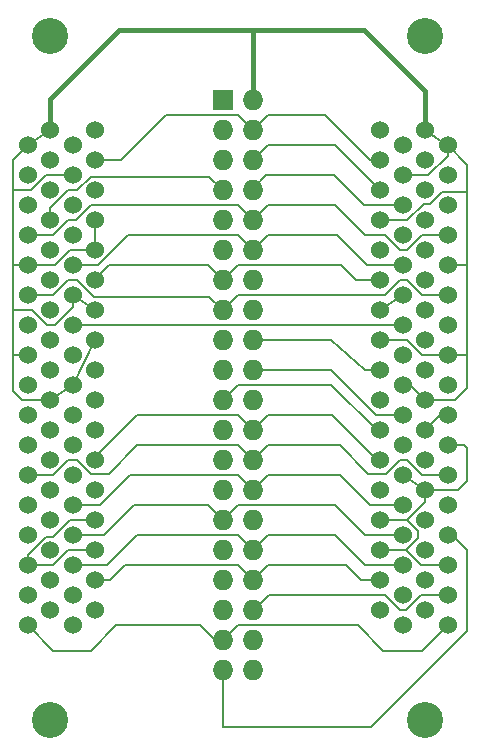
<source format=gbr>
G04 #@! TF.FileFunction,Copper,L2,Bot,Signal*
%FSLAX46Y46*%
G04 Gerber Fmt 4.6, Leading zero omitted, Abs format (unit mm)*
G04 Created by KiCad (PCBNEW 4.0.2-stable) date 8/9/2016 1:23:03 AM*
%MOMM*%
G01*
G04 APERTURE LIST*
%ADD10C,0.100000*%
%ADD11C,1.524000*%
%ADD12C,3.048000*%
%ADD13R,1.727200X1.727200*%
%ADD14O,1.727200X1.727200*%
%ADD15C,0.685800*%
%ADD16C,0.203200*%
%ADD17C,0.152400*%
%ADD18C,0.381000*%
G04 APERTURE END LIST*
D10*
D11*
X125095000Y-104775000D03*
X123190000Y-106045000D03*
X125095000Y-107315000D03*
X123190000Y-108585000D03*
X125095000Y-109855000D03*
X123190000Y-111125000D03*
X125095000Y-112395000D03*
X123190000Y-113665000D03*
X125095000Y-114935000D03*
X123190000Y-116205000D03*
X125095000Y-117475000D03*
X123190000Y-118745000D03*
X125095000Y-120015000D03*
X123190000Y-121285000D03*
X125095000Y-122555000D03*
X125095000Y-125095000D03*
X125095000Y-127635000D03*
X125095000Y-130175000D03*
X123190000Y-123825000D03*
X123190000Y-126365000D03*
X123190000Y-128905000D03*
X123190000Y-131445000D03*
X125095000Y-132715000D03*
X123190000Y-133985000D03*
X125095000Y-135255000D03*
X123190000Y-136525000D03*
X125095000Y-137795000D03*
X123190000Y-139065000D03*
X125095000Y-140335000D03*
X123190000Y-141605000D03*
X125095000Y-142875000D03*
X123190000Y-144145000D03*
X125095000Y-145415000D03*
X123190000Y-146685000D03*
X121285000Y-104775000D03*
X119380000Y-106045000D03*
X121285000Y-107315000D03*
X119380000Y-108585000D03*
X121285000Y-109855000D03*
X119380000Y-111125000D03*
X121285000Y-112395000D03*
X119380000Y-113665000D03*
X121285000Y-114935000D03*
X119380000Y-116205000D03*
X121285000Y-117475000D03*
X119380000Y-118745000D03*
X121285000Y-120015000D03*
X119380000Y-121285000D03*
X121285000Y-122555000D03*
X119380000Y-123825000D03*
X121285000Y-125095000D03*
X119380000Y-126365000D03*
X121285000Y-127635000D03*
X119380000Y-128905000D03*
X121285000Y-130175000D03*
X119380000Y-131445000D03*
X121285000Y-132715000D03*
X119380000Y-133985000D03*
X121285000Y-135255000D03*
X119380000Y-136525000D03*
X121285000Y-137795000D03*
X119380000Y-139065000D03*
X121285000Y-140335000D03*
X119380000Y-141605000D03*
X121285000Y-142875000D03*
X119380000Y-144145000D03*
X121285000Y-145415000D03*
X119380000Y-146685000D03*
X149225000Y-104775000D03*
X151130000Y-106045000D03*
X149225000Y-107315000D03*
X151130000Y-108585000D03*
X149225000Y-109855000D03*
X151130000Y-111125000D03*
X149225000Y-112395000D03*
X151130000Y-113665000D03*
X149225000Y-114935000D03*
X151130000Y-116205000D03*
X149225000Y-117475000D03*
X151130000Y-118745000D03*
X149225000Y-120015000D03*
X151130000Y-121285000D03*
X149225000Y-122555000D03*
X151130000Y-123825000D03*
X149225000Y-125095000D03*
X151130000Y-126365000D03*
X149225000Y-127635000D03*
X151130000Y-128905000D03*
X149225000Y-130175000D03*
X151130000Y-131445000D03*
X149225000Y-132715000D03*
X151130000Y-133985000D03*
X149225000Y-135255000D03*
X151130000Y-136525000D03*
X149225000Y-137795000D03*
X151130000Y-139065000D03*
X149225000Y-140335000D03*
X151130000Y-141605000D03*
X149225000Y-142875000D03*
X151130000Y-144145000D03*
X149225000Y-145415000D03*
X151130000Y-146685000D03*
X153035000Y-104775000D03*
X154940000Y-106045000D03*
X153035000Y-107315000D03*
X154940000Y-108585000D03*
X153035000Y-109855000D03*
X154940000Y-111125000D03*
X153035000Y-112395000D03*
X154940000Y-113665000D03*
X153035000Y-114935000D03*
X154940000Y-116205000D03*
X153035000Y-117475000D03*
X154940000Y-118745000D03*
X153035000Y-120015000D03*
X154940000Y-121285000D03*
X153035000Y-122555000D03*
X154940000Y-123825000D03*
X153035000Y-125095000D03*
X154940000Y-126365000D03*
X153035000Y-127635000D03*
X154940000Y-128905000D03*
X153035000Y-130175000D03*
X154940000Y-131445000D03*
X153035000Y-132715000D03*
X154940000Y-133985000D03*
X153035000Y-135255000D03*
X154940000Y-136525000D03*
X153035000Y-137795000D03*
X154940000Y-139065000D03*
X153035000Y-140335000D03*
X154940000Y-141605000D03*
X153035000Y-142875000D03*
X154940000Y-144145000D03*
X153035000Y-145415000D03*
X154940000Y-146685000D03*
D12*
X153035000Y-154686000D03*
X121285000Y-154686000D03*
X121285000Y-96774000D03*
X153035000Y-96774000D03*
D13*
X135890000Y-102235000D03*
D14*
X138430000Y-102235000D03*
X135890000Y-104775000D03*
X138430000Y-104775000D03*
X135890000Y-107315000D03*
X138430000Y-107315000D03*
X135890000Y-109855000D03*
X138430000Y-109855000D03*
X135890000Y-112395000D03*
X138430000Y-112395000D03*
X135890000Y-114935000D03*
X138430000Y-114935000D03*
X135890000Y-117475000D03*
X138430000Y-117475000D03*
X135890000Y-120015000D03*
X138430000Y-120015000D03*
X135890000Y-122555000D03*
X138430000Y-122555000D03*
X135890000Y-125095000D03*
X138430000Y-125095000D03*
X135890000Y-127635000D03*
X138430000Y-127635000D03*
X135890000Y-130175000D03*
X138430000Y-130175000D03*
X135890000Y-132715000D03*
X138430000Y-132715000D03*
X135890000Y-135255000D03*
X138430000Y-135255000D03*
X135890000Y-137795000D03*
X138430000Y-137795000D03*
X135890000Y-140335000D03*
X138430000Y-140335000D03*
X135890000Y-142875000D03*
X138430000Y-142875000D03*
X135890000Y-145415000D03*
X138430000Y-145415000D03*
X135890000Y-147955000D03*
X138430000Y-147955000D03*
X135890000Y-150495000D03*
X138430000Y-150495000D03*
D15*
X154940000Y-113665000D03*
D16*
X149225000Y-107315000D02*
X148336000Y-107315000D01*
X139700000Y-103505000D02*
X138430000Y-104775000D01*
X144526000Y-103505000D02*
X139700000Y-103505000D01*
X148336000Y-107315000D02*
X144526000Y-103505000D01*
X138430000Y-104775000D02*
X137160000Y-103505000D01*
X127254000Y-107315000D02*
X131064000Y-103505000D01*
X131064000Y-103505000D02*
X137160000Y-103505000D01*
X127254000Y-107315000D02*
X125095000Y-107315000D01*
X138430000Y-114935000D02*
X139700000Y-113665000D01*
X148082000Y-116205000D02*
X151130000Y-116205000D01*
X145542000Y-113665000D02*
X148082000Y-116205000D01*
X139700000Y-113665000D02*
X145542000Y-113665000D01*
X123190000Y-116205000D02*
X125349000Y-116205000D01*
X137160000Y-113665000D02*
X138430000Y-114935000D01*
X127889000Y-113665000D02*
X137160000Y-113665000D01*
X125349000Y-116205000D02*
X127889000Y-113665000D01*
X149225000Y-117475000D02*
X147193000Y-117475000D01*
X137160000Y-116205000D02*
X135890000Y-117475000D01*
X145923000Y-116205000D02*
X137160000Y-116205000D01*
X147193000Y-117475000D02*
X145923000Y-116205000D01*
X125095000Y-117475000D02*
X125095000Y-117348000D01*
X125095000Y-117348000D02*
X126238000Y-116205000D01*
X126238000Y-116205000D02*
X134620000Y-116205000D01*
X134620000Y-116205000D02*
X135890000Y-117475000D01*
X125095000Y-132715000D02*
X125095000Y-132461000D01*
X125095000Y-132461000D02*
X128651000Y-128905000D01*
X128651000Y-128905000D02*
X137160000Y-128905000D01*
X137160000Y-128905000D02*
X138430000Y-130175000D01*
X149225000Y-132715000D02*
X148971000Y-132715000D01*
X148971000Y-132715000D02*
X145161000Y-128905000D01*
X145161000Y-128905000D02*
X139700000Y-128905000D01*
X139700000Y-128905000D02*
X138430000Y-130175000D01*
X138430000Y-135255000D02*
X137160000Y-133985000D01*
X125476000Y-136525000D02*
X123190000Y-136525000D01*
X128016000Y-133985000D02*
X125476000Y-136525000D01*
X137160000Y-133985000D02*
X128016000Y-133985000D01*
X138430000Y-135255000D02*
X139700000Y-133985000D01*
X148336000Y-136525000D02*
X151130000Y-136525000D01*
X145796000Y-133985000D02*
X148336000Y-136525000D01*
X139700000Y-133985000D02*
X145796000Y-133985000D01*
X135890000Y-137795000D02*
X137160000Y-136525000D01*
X147955000Y-139065000D02*
X151130000Y-139065000D01*
X145415000Y-136525000D02*
X147955000Y-139065000D01*
X137160000Y-136525000D02*
X145415000Y-136525000D01*
X134620000Y-136525000D02*
X128397000Y-136525000D01*
X135890000Y-137795000D02*
X134620000Y-136525000D01*
X125857000Y-139065000D02*
X123190000Y-139065000D01*
X128397000Y-136525000D02*
X125857000Y-139065000D01*
X138430000Y-140335000D02*
X137160000Y-139065000D01*
X126111000Y-141605000D02*
X123190000Y-141605000D01*
X128651000Y-139065000D02*
X126111000Y-141605000D01*
X137160000Y-139065000D02*
X128651000Y-139065000D01*
X138430000Y-140335000D02*
X139700000Y-139065000D01*
X147955000Y-141605000D02*
X151130000Y-141605000D01*
X145415000Y-139065000D02*
X147955000Y-141605000D01*
X139700000Y-139065000D02*
X145415000Y-139065000D01*
X138430000Y-142875000D02*
X137160000Y-141605000D01*
X126365000Y-142875000D02*
X125095000Y-142875000D01*
X127635000Y-141605000D02*
X126365000Y-142875000D01*
X137160000Y-141605000D02*
X127635000Y-141605000D01*
X149225000Y-142875000D02*
X147574000Y-142875000D01*
X139700000Y-141605000D02*
X138430000Y-142875000D01*
X146304000Y-141605000D02*
X139700000Y-141605000D01*
X147574000Y-142875000D02*
X146304000Y-141605000D01*
D17*
X135890000Y-107315000D02*
X136398000Y-107315000D01*
D16*
X121285000Y-112395000D02*
X121285000Y-111379000D01*
X134747000Y-108712000D02*
X135890000Y-109855000D01*
X124714000Y-108712000D02*
X134747000Y-108712000D01*
X123571000Y-109855000D02*
X124714000Y-108712000D01*
X122809000Y-109855000D02*
X123571000Y-109855000D01*
X121285000Y-111379000D02*
X122809000Y-109855000D01*
X154940000Y-113665000D02*
X152781000Y-113665000D01*
X139700000Y-111125000D02*
X138430000Y-112395000D01*
X145415000Y-111125000D02*
X139700000Y-111125000D01*
X147955000Y-113665000D02*
X145415000Y-111125000D01*
X149606000Y-113665000D02*
X147955000Y-113665000D01*
X150876000Y-114935000D02*
X149606000Y-113665000D01*
X151511000Y-114935000D02*
X150876000Y-114935000D01*
X152781000Y-113665000D02*
X151511000Y-114935000D01*
X119380000Y-113665000D02*
X121539000Y-113665000D01*
X137160000Y-111125000D02*
X138430000Y-112395000D01*
X124714000Y-111125000D02*
X137160000Y-111125000D01*
X123444000Y-112395000D02*
X124714000Y-111125000D01*
X122809000Y-112395000D02*
X123444000Y-112395000D01*
X121539000Y-113665000D02*
X122809000Y-112395000D01*
X154940000Y-118745000D02*
X152781000Y-118745000D01*
X137160000Y-118745000D02*
X135890000Y-120015000D01*
X149606000Y-118745000D02*
X137160000Y-118745000D01*
X150876000Y-117475000D02*
X149606000Y-118745000D01*
X151511000Y-117475000D02*
X150876000Y-117475000D01*
X152781000Y-118745000D02*
X151511000Y-117475000D01*
X119380000Y-118745000D02*
X121539000Y-118745000D01*
X134747000Y-118872000D02*
X135890000Y-120015000D01*
X124968000Y-118872000D02*
X134747000Y-118872000D01*
X123571000Y-117475000D02*
X124968000Y-118872000D01*
X122809000Y-117475000D02*
X123571000Y-117475000D01*
X121539000Y-118745000D02*
X122809000Y-117475000D01*
X135890000Y-147955000D02*
X135255000Y-147955000D01*
X135255000Y-147955000D02*
X133985000Y-146685000D01*
X121539000Y-148844000D02*
X119380000Y-146685000D01*
X124714000Y-148844000D02*
X121539000Y-148844000D01*
X126873000Y-146685000D02*
X124714000Y-148844000D01*
X133985000Y-146685000D02*
X126873000Y-146685000D01*
X135890000Y-147955000D02*
X137160000Y-146685000D01*
X152781000Y-148844000D02*
X154940000Y-146685000D01*
X149479000Y-148844000D02*
X152781000Y-148844000D01*
X147320000Y-146685000D02*
X149479000Y-148844000D01*
X137160000Y-146685000D02*
X147320000Y-146685000D01*
X119380000Y-106045000D02*
X121285000Y-104775000D01*
X119380000Y-116205000D02*
X118110000Y-116205000D01*
X119380000Y-123825000D02*
X118110000Y-123825000D01*
X125095000Y-122555000D02*
X123190000Y-126365000D01*
X123190000Y-118745000D02*
X123190000Y-119761000D01*
X119761000Y-120015000D02*
X118110000Y-120015000D01*
X121031000Y-121285000D02*
X119761000Y-120015000D01*
X121666000Y-121285000D02*
X121031000Y-121285000D01*
X123190000Y-119761000D02*
X121666000Y-121285000D01*
X125095000Y-120015000D02*
X123190000Y-118745000D01*
X121285000Y-127635000D02*
X118872000Y-127635000D01*
X118872000Y-127635000D02*
X118110000Y-126873000D01*
X118110000Y-126873000D02*
X118110000Y-123825000D01*
X118110000Y-123825000D02*
X118110000Y-120015000D01*
X118110000Y-120015000D02*
X118110000Y-116205000D01*
X118110000Y-116205000D02*
X118110000Y-115062000D01*
X118110000Y-115062000D02*
X118110000Y-109855000D01*
X149225000Y-122555000D02*
X151511000Y-122555000D01*
X152781000Y-123825000D02*
X154940000Y-123825000D01*
X151511000Y-122555000D02*
X152781000Y-123825000D01*
X151130000Y-118745000D02*
X149225000Y-120015000D01*
X123190000Y-108585000D02*
X120904000Y-108585000D01*
X119634000Y-109855000D02*
X118110000Y-109855000D01*
X120904000Y-108585000D02*
X119634000Y-109855000D01*
X125095000Y-114935000D02*
X122936000Y-114935000D01*
X121666000Y-116205000D02*
X119380000Y-116205000D01*
X122936000Y-114935000D02*
X121666000Y-116205000D01*
X125095000Y-112395000D02*
X125095000Y-114935000D01*
X151130000Y-108585000D02*
X153289000Y-108585000D01*
X154940000Y-106934000D02*
X154940000Y-106045000D01*
X153289000Y-108585000D02*
X154940000Y-106934000D01*
X149225000Y-112395000D02*
X151511000Y-112395000D01*
X154432000Y-109982000D02*
X156591000Y-109982000D01*
X153416000Y-110998000D02*
X154432000Y-109982000D01*
X152908000Y-110998000D02*
X153416000Y-110998000D01*
X151511000Y-112395000D02*
X152908000Y-110998000D01*
D18*
X153035000Y-104775000D02*
X153035000Y-101473000D01*
X153035000Y-101473000D02*
X147828000Y-96266000D01*
X138811000Y-96266000D02*
X138430000Y-96266000D01*
X147828000Y-96266000D02*
X138811000Y-96266000D01*
D16*
X123190000Y-126365000D02*
X121285000Y-127635000D01*
D17*
X154940000Y-123825000D02*
X156591000Y-123825000D01*
D16*
X156337000Y-116205000D02*
X156464000Y-116205000D01*
D17*
X156464000Y-116205000D02*
X156591000Y-116332000D01*
X156591000Y-116332000D02*
X156591000Y-116459000D01*
X153035000Y-127635000D02*
X155575000Y-127635000D01*
X156591000Y-126619000D02*
X156591000Y-123825000D01*
D16*
X156591000Y-123825000D02*
X156591000Y-116459000D01*
X156591000Y-116459000D02*
X156591000Y-115824000D01*
D17*
X155575000Y-127635000D02*
X156591000Y-126619000D01*
X151130000Y-126365000D02*
X151765000Y-126365000D01*
X151765000Y-126365000D02*
X153035000Y-127635000D01*
D16*
X118110000Y-109855000D02*
X118110000Y-107315000D01*
X118110000Y-107315000D02*
X119380000Y-106045000D01*
X154686000Y-116205000D02*
X156337000Y-116205000D01*
X156464000Y-116205000D02*
X156591000Y-116078000D01*
D17*
X156591000Y-116078000D02*
X156591000Y-115824000D01*
D16*
X156591000Y-107696000D02*
X154940000Y-106045000D01*
X156591000Y-115824000D02*
X156591000Y-109982000D01*
X156591000Y-109982000D02*
X156591000Y-107696000D01*
D18*
X138430000Y-102235000D02*
X138430000Y-96266000D01*
X121285000Y-102108000D02*
X121285000Y-104775000D01*
X127127000Y-96266000D02*
X121285000Y-102108000D01*
X138430000Y-96266000D02*
X127127000Y-96266000D01*
D16*
X153035000Y-104775000D02*
X154432000Y-105791000D01*
D17*
X154432000Y-105791000D02*
X154622500Y-105981500D01*
X154622500Y-105981500D02*
X154940000Y-106045000D01*
D16*
X151130000Y-121285000D02*
X123190000Y-121285000D01*
X149225000Y-140335000D02*
X151384000Y-140335000D01*
X151384000Y-140335000D02*
X152400000Y-139319000D01*
X152400000Y-138684000D02*
X151511000Y-137795000D01*
X152400000Y-139319000D02*
X152400000Y-138684000D01*
X152654000Y-141605000D02*
X154940000Y-141605000D01*
X151384000Y-140335000D02*
X152654000Y-141605000D01*
X149225000Y-137795000D02*
X151511000Y-137795000D01*
X153035000Y-136271000D02*
X153035000Y-135255000D01*
X151511000Y-137795000D02*
X153035000Y-136271000D01*
X125095000Y-137795000D02*
X122936000Y-137795000D01*
X119380000Y-140716000D02*
X119380000Y-141605000D01*
X120904000Y-139192000D02*
X119380000Y-140716000D01*
X121539000Y-139192000D02*
X120904000Y-139192000D01*
X122936000Y-137795000D02*
X121539000Y-139192000D01*
X125095000Y-140335000D02*
X122809000Y-140335000D01*
X121539000Y-141605000D02*
X119380000Y-141605000D01*
X122809000Y-140335000D02*
X121539000Y-141605000D01*
X151130000Y-133985000D02*
X153035000Y-135255000D01*
X154940000Y-131445000D02*
X156337000Y-131445000D01*
X156337000Y-131445000D02*
X156591000Y-131699000D01*
X156591000Y-131699000D02*
X156591000Y-134112000D01*
X156591000Y-134112000D02*
X156591000Y-134493000D01*
X155829000Y-135255000D02*
X153035000Y-135255000D01*
X156591000Y-134493000D02*
X155829000Y-135255000D01*
X154305000Y-128905000D02*
X153035000Y-130175000D01*
D17*
X154940000Y-128905000D02*
X154305000Y-128905000D01*
D16*
X149225000Y-109855000D02*
X145415000Y-106045000D01*
X139700000Y-106045000D02*
X138430000Y-107315000D01*
X145415000Y-106045000D02*
X139700000Y-106045000D01*
X138430000Y-109855000D02*
X138430000Y-109728000D01*
X138430000Y-109728000D02*
X139573000Y-108585000D01*
X147828000Y-111125000D02*
X151130000Y-111125000D01*
X145288000Y-108585000D02*
X147828000Y-111125000D01*
X139573000Y-108585000D02*
X145288000Y-108585000D01*
D17*
X138430000Y-109855000D02*
X138430000Y-109855000D01*
D16*
X151130000Y-128905000D02*
X148844000Y-128905000D01*
X148844000Y-128905000D02*
X145034000Y-125095000D01*
X145034000Y-125095000D02*
X138430000Y-125095000D01*
D17*
X149225000Y-130175000D02*
X148971000Y-130175000D01*
D16*
X148971000Y-130175000D02*
X145034000Y-126365000D01*
X145034000Y-126365000D02*
X137160000Y-126365000D01*
X137160000Y-126365000D02*
X135890000Y-127635000D01*
X119380000Y-133985000D02*
X121539000Y-133985000D01*
X137160000Y-131445000D02*
X138430000Y-132715000D01*
X128651000Y-131445000D02*
X137160000Y-131445000D01*
X126238000Y-133858000D02*
X128651000Y-131445000D01*
X124714000Y-133858000D02*
X126238000Y-133858000D01*
X123571000Y-132715000D02*
X124714000Y-133858000D01*
X122809000Y-132715000D02*
X123571000Y-132715000D01*
X121539000Y-133985000D02*
X122809000Y-132715000D01*
X154940000Y-133985000D02*
X152781000Y-133985000D01*
X139700000Y-131445000D02*
X138430000Y-132715000D01*
X145796000Y-131445000D02*
X139700000Y-131445000D01*
X148209000Y-133858000D02*
X145796000Y-131445000D01*
X149733000Y-133858000D02*
X148209000Y-133858000D01*
X150876000Y-132715000D02*
X149733000Y-133858000D01*
X151511000Y-132715000D02*
X150876000Y-132715000D01*
X152781000Y-133985000D02*
X151511000Y-132715000D01*
D17*
X154940000Y-139065000D02*
X155321000Y-139065000D01*
X155321000Y-139065000D02*
X156591000Y-140335000D01*
X156591000Y-140335000D02*
X156591000Y-147193000D01*
X156591000Y-147193000D02*
X148463000Y-155321000D01*
X148463000Y-155321000D02*
X135890000Y-155321000D01*
D16*
X135890000Y-155321000D02*
X135890000Y-150495000D01*
D17*
X138430000Y-145415000D02*
X138557000Y-145415000D01*
D16*
X138557000Y-145415000D02*
X139827000Y-144145000D01*
X139827000Y-144145000D02*
X149606000Y-144145000D01*
X149606000Y-144145000D02*
X150876000Y-145415000D01*
X150876000Y-145415000D02*
X151384000Y-145415000D01*
X151384000Y-145415000D02*
X152654000Y-144145000D01*
X152654000Y-144145000D02*
X154940000Y-144145000D01*
D17*
X149225000Y-125095000D02*
X147955000Y-125095000D01*
D16*
X145033915Y-122531357D02*
X138430000Y-122555000D01*
X147955000Y-125095000D02*
X145033915Y-122531357D01*
D17*
X145033915Y-122531357D02*
X145033915Y-122531357D01*
M02*

</source>
